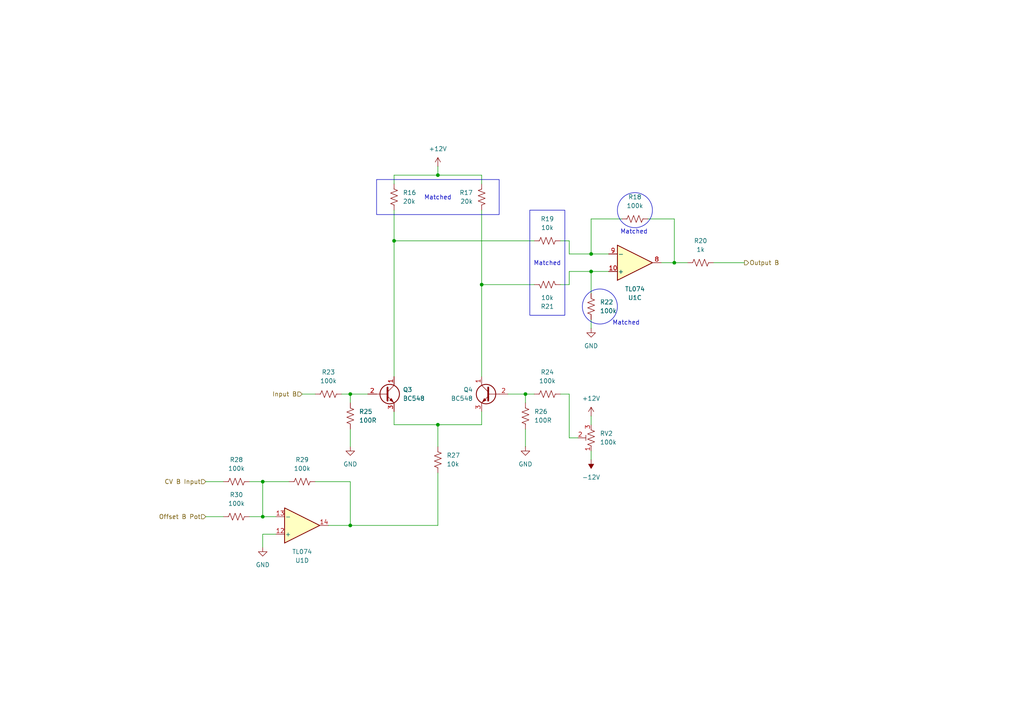
<source format=kicad_sch>
(kicad_sch (version 20250114) (generator "eeschema") (generator_version "9.0")
  (paper "A4")
  (title_block (company "DMH Instruments") (comment 1 "PCB for 5 cm Kosmo format synthesizer module"))
  (lib_symbols
    (symbol "Amplifier_Operational:TL074" (pin_names (offset 0.127))
      (property "Reference" "U" (at 0 5.08 0))
      (property "Value" "TL074" (at 0 -5.08 0))
      (symbol "TL074_1_1"
        (polyline (pts (xy -5.08 5.08) (xy 5.08 0) (xy -5.08 -5.08) (xy -5.08 5.08)) (stroke (width 0.254)) (fill (type background)))
        (pin input line (at -7.62 2.54 0) (length 2.54) (name "+") (number "3"))
        (pin input line (at -7.62 -2.54 0) (length 2.54) (name "-") (number "2"))
        (pin output line (at 7.62 0 180) (length 2.54) (name "~") (number "1"))
      )
      (symbol "TL074_2_1"
        (polyline (pts (xy -5.08 5.08) (xy 5.08 0) (xy -5.08 -5.08) (xy -5.08 5.08)) (stroke (width 0.254)) (fill (type background)))
        (pin input line (at -7.62 2.54 0) (length 2.54) (name "+") (number "5"))
        (pin input line (at -7.62 -2.54 0) (length 2.54) (name "-") (number "6"))
        (pin output line (at 7.62 0 180) (length 2.54) (name "~") (number "7"))
      )
      (symbol "TL074_3_1"
        (polyline (pts (xy -5.08 5.08) (xy 5.08 0) (xy -5.08 -5.08) (xy -5.08 5.08)) (stroke (width 0.254)) (fill (type background)))
        (pin input line (at -7.62 2.54 0) (length 2.54) (name "+") (number "10"))
        (pin input line (at -7.62 -2.54 0) (length 2.54) (name "-") (number "9"))
        (pin output line (at 7.62 0 180) (length 2.54) (name "~") (number "8"))
      )
      (symbol "TL074_4_1"
        (polyline (pts (xy -5.08 5.08) (xy 5.08 0) (xy -5.08 -5.08) (xy -5.08 5.08)) (stroke (width 0.254)) (fill (type background)))
        (pin input line (at -7.62 2.54 0) (length 2.54) (name "+") (number "12"))
        (pin input line (at -7.62 -2.54 0) (length 2.54) (name "-") (number "13"))
        (pin output line (at 7.62 0 180) (length 2.54) (name "~") (number "14"))
      )
      (symbol "TL074_5_1"
        (pin power_in line (at -2.54 7.62 270) (length 3.81) (name "V+") (number "4"))
        (pin power_in line (at -2.54 -7.62 90) (length 3.81) (name "V-") (number "11"))
      )
    )
    (symbol "Device:R_Potentiometer_Trim_US" (pin_names (offset 1.016) (hide yes))
      (property "Reference" "RV" (at -4.445 0 90))
      (property "Value" "R_Potentiometer_Trim_US" (at -2.54 0 90))
      (symbol "R_Potentiometer_Trim_US_0_1"
        (polyline (pts (xy 0 2.286) (xy 0 2.54)))
        (polyline (pts (xy 0 2.286) (xy 1.016 1.905) (xy 0 1.524) (xy -1.016 1.143) (xy 0 0.762)))
        (polyline (pts (xy 0 0.762) (xy 1.016 0.381) (xy 0 0) (xy -1.016 -0.381) (xy 0 -0.762)))
        (polyline (pts (xy 0 -0.762) (xy 1.016 -1.143) (xy 0 -1.524) (xy -1.016 -1.905) (xy 0 -2.286)))
        (polyline (pts (xy 0 -2.286) (xy 0 -2.54)))
        (polyline (pts (xy 1.524 0.762) (xy 1.524 -0.762)))
        (polyline (pts (xy 2.54 0) (xy 1.524 0)))
      )
      (symbol "R_Potentiometer_Trim_US_1_1"
        (pin passive line (at 0 3.81 270) (length 1.27) (name "1") (number "1"))
        (pin passive line (at 0 -3.81 90) (length 1.27) (name "3") (number "3"))
        (pin passive line (at 3.81 0 180) (length 1.27) (name "2") (number "2"))
      )
    )
    (symbol "Device:R_US" (pin_numbers (hide yes)) (pin_names (offset 0))
      (property "Reference" "R" (at 2.54 0 90))
      (property "Value" "R_US" (at -2.54 0 90))
      (symbol "R_US_0_1"
        (polyline (pts (xy 0 2.286) (xy 0 2.54)))
        (polyline (pts (xy 0 2.286) (xy 1.016 1.905) (xy 0 1.524) (xy -1.016 1.143) (xy 0 0.762)))
        (polyline (pts (xy 0 0.762) (xy 1.016 0.381) (xy 0 0) (xy -1.016 -0.381) (xy 0 -0.762)))
        (polyline (pts (xy 0 -0.762) (xy 1.016 -1.143) (xy 0 -1.524) (xy -1.016 -1.905) (xy 0 -2.286)))
        (polyline (pts (xy 0 -2.286) (xy 0 -2.54)))
      )
      (symbol "R_US_1_1"
        (pin passive line (at 0 3.81 270) (length 1.27) (name "~") (number "1"))
        (pin passive line (at 0 -3.81 90) (length 1.27) (name "~") (number "2"))
      )
    )
    (symbol "Transistor_BJT:BC548" (pin_names (offset 0) (hide yes))
      (property "Reference" "Q" (at 5.08 1.905 0))
      (property "Value" "BC548" (at 5.08 0 0))
      (symbol "BC548_0_1"
        (polyline (pts (xy -2.54 0) (xy 0.635 0)))
        (polyline (pts (xy 0.635 1.905) (xy 0.635 -1.905)) (stroke (width 0.508)))
        (circle (center 1.27 0) (radius 2.8194) (stroke (width 0.254)))
      )
      (symbol "BC548_1_1"
        (polyline (pts (xy 0.635 0.635) (xy 2.54 2.54)))
        (polyline (pts (xy 0.635 -0.635) (xy 2.54 -2.54)))
        (polyline (pts (xy 1.27 -1.778) (xy 1.778 -1.27) (xy 2.286 -2.286) (xy 1.27 -1.778)) (fill (type outline)))
        (pin input line (at -5.08 0 0) (length 2.54) (name "B") (number "2"))
        (pin passive line (at 2.54 5.08 270) (length 2.54) (name "C") (number "1"))
        (pin passive line (at 2.54 -5.08 90) (length 2.54) (name "E") (number "3"))
      )
    )
    (symbol "power:+12V" (power) (pin_numbers (hide yes)) (pin_names (offset 0) (hide yes))
      (property "Value" "+12V" (at 0 3.556 0))
      (symbol "+12V_0_1"
        (polyline (pts (xy -0.762 1.27) (xy 0 2.54)))
        (polyline (pts (xy 0 2.54) (xy 0.762 1.27)))
        (polyline (pts (xy 0 0) (xy 0 2.54)))
      )
      (symbol "+12V_1_1"
        (pin power_in line (at 0 0 90) (length 0) (name "~") (number "1"))
      )
    )
    (symbol "power:-12V" (power) (pin_numbers (hide yes)) (pin_names (offset 0) (hide yes))
      (property "Value" "-12V" (at 0 3.556 0))
      (symbol "-12V_0_0"
        (pin power_in line (at 0 0 90) (length 0) (name "~") (number "1"))
      )
      (symbol "-12V_0_1"
        (polyline (pts (xy 0 0) (xy 0 1.27) (xy 0.762 1.27) (xy 0 2.54) (xy -0.762 1.27) (xy 0 1.27)) (fill (type outline)))
      )
    )
    (symbol "power:GND" (power) (pin_numbers (hide yes)) (pin_names (offset 0) (hide yes))
      (property "Value" "GND" (at 0 -3.81 0))
      (symbol "GND_0_1"
        (polyline (pts (xy 0 0) (xy 0 -1.27) (xy 1.27 -1.27) (xy 0 -2.54) (xy -1.27 -1.27) (xy 0 -1.27)))
      )
      (symbol "GND_1_1"
        (pin power_in line (at 0 0 270) (length 0) (name "~") (number "1"))
      )
    )
  )
  (rectangle (start 153.67 60.96) (end 163.83 91.44))
  (circle (center 173.99 88.9) (radius 5.08))
  (circle (center 184.15 60.96) (radius 5.08))
  (rectangle (start 109.22 52.07) (end 144.78 62.23))
  (text "Matched" (at 181.61 93.726 0) (effects (font (size 1.27 1.27))))
  (text "Matched" (at 183.896 67.31 0) (effects (font (size 1.27 1.27))))
  (text "Matched" (at 127 57.404 0) (effects (font (size 1.27 1.27))))
  (text "Matched" (at 158.75 76.454 0) (effects (font (size 1.27 1.27))))
  (junction (at 101.6 114.3))
  (junction (at 127 123.19))
  (junction (at 195.58 76.2))
  (junction (at 114.3 69.85))
  (junction (at 101.6 152.4))
  (junction (at 127 50.8))
  (junction (at 171.45 73.66))
  (junction (at 76.2 149.86))
  (junction (at 171.45 78.74))
  (junction (at 76.2 139.7))
  (junction (at 139.7 82.55))
  (junction (at 152.4 114.3))
  (wire (pts (xy 139.7 60.96) (xy 139.7 82.55)))
  (wire (pts (xy 165.1 78.74) (xy 171.45 78.74)))
  (wire (pts (xy 162.56 114.3) (xy 165.1 114.3)))
  (wire (pts (xy 162.56 82.55) (xy 165.1 82.55)))
  (wire (pts (xy 127 50.8) (xy 127 48.26)))
  (wire (pts (xy 139.7 123.19) (xy 127 123.19)))
  (wire (pts (xy 95.25 152.4) (xy 101.6 152.4)))
  (wire (pts (xy 127 123.19) (xy 127 129.54)))
  (wire (pts (xy 165.1 73.66) (xy 171.45 73.66)))
  (wire (pts (xy 171.45 92.71) (xy 171.45 95.25)))
  (wire (pts (xy 101.6 139.7) (xy 101.6 152.4)))
  (wire (pts (xy 171.45 78.74) (xy 176.53 78.74)))
  (wire (pts (xy 139.7 50.8) (xy 127 50.8)))
  (wire (pts (xy 195.58 63.5) (xy 195.58 76.2)))
  (wire (pts (xy 59.69 149.86) (xy 64.77 149.86)))
  (wire (pts (xy 139.7 53.34) (xy 139.7 50.8)))
  (wire (pts (xy 59.69 139.7) (xy 64.77 139.7)))
  (wire (pts (xy 152.4 114.3) (xy 154.94 114.3)))
  (wire (pts (xy 171.45 73.66) (xy 176.53 73.66)))
  (wire (pts (xy 165.1 127) (xy 167.64 127)))
  (wire (pts (xy 83.82 139.7) (xy 76.2 139.7)))
  (wire (pts (xy 195.58 76.2) (xy 199.39 76.2)))
  (wire (pts (xy 139.7 82.55) (xy 139.7 109.22)))
  (wire (pts (xy 76.2 149.86) (xy 80.01 149.86)))
  (wire (pts (xy 76.2 139.7) (xy 76.2 149.86)))
  (wire (pts (xy 171.45 130.81) (xy 171.45 133.35)))
  (wire (pts (xy 101.6 152.4) (xy 127 152.4)))
  (wire (pts (xy 152.4 114.3) (xy 152.4 116.84)))
  (wire (pts (xy 114.3 53.34) (xy 114.3 50.8)))
  (wire (pts (xy 114.3 119.38) (xy 114.3 123.19)))
  (wire (pts (xy 180.34 63.5) (xy 171.45 63.5)))
  (wire (pts (xy 72.39 139.7) (xy 76.2 139.7)))
  (wire (pts (xy 207.01 76.2) (xy 215.9 76.2)))
  (wire (pts (xy 127 152.4) (xy 127 137.16)))
  (wire (pts (xy 101.6 114.3) (xy 101.6 116.84)))
  (wire (pts (xy 99.06 114.3) (xy 101.6 114.3)))
  (wire (pts (xy 187.96 63.5) (xy 195.58 63.5)))
  (wire (pts (xy 114.3 123.19) (xy 127 123.19)))
  (wire (pts (xy 72.39 149.86) (xy 76.2 149.86)))
  (wire (pts (xy 162.56 69.85) (xy 165.1 69.85)))
  (wire (pts (xy 171.45 63.5) (xy 171.45 73.66)))
  (wire (pts (xy 152.4 124.46) (xy 152.4 129.54)))
  (wire (pts (xy 114.3 50.8) (xy 127 50.8)))
  (wire (pts (xy 147.32 114.3) (xy 152.4 114.3)))
  (wire (pts (xy 76.2 154.94) (xy 76.2 158.75)))
  (wire (pts (xy 80.01 154.94) (xy 76.2 154.94)))
  (wire (pts (xy 114.3 60.96) (xy 114.3 69.85)))
  (wire (pts (xy 191.77 76.2) (xy 195.58 76.2)))
  (wire (pts (xy 101.6 124.46) (xy 101.6 129.54)))
  (wire (pts (xy 114.3 69.85) (xy 114.3 109.22)))
  (wire (pts (xy 101.6 114.3) (xy 106.68 114.3)))
  (wire (pts (xy 114.3 69.85) (xy 154.94 69.85)))
  (wire (pts (xy 87.63 114.3) (xy 91.44 114.3)))
  (wire (pts (xy 165.1 82.55) (xy 165.1 78.74)))
  (wire (pts (xy 139.7 82.55) (xy 154.94 82.55)))
  (wire (pts (xy 91.44 139.7) (xy 101.6 139.7)))
  (wire (pts (xy 165.1 114.3) (xy 165.1 127)))
  (wire (pts (xy 171.45 78.74) (xy 171.45 85.09)))
  (wire (pts (xy 139.7 119.38) (xy 139.7 123.19)))
  (wire (pts (xy 171.45 120.65) (xy 171.45 123.19)))
  (wire (pts (xy 165.1 69.85) (xy 165.1 73.66)))
  (hierarchical_label "Offset B Pot" (shape input) (at 59.69 149.86 180))
  (hierarchical_label "CV B Input" (shape input) (at 59.69 139.7 180))
  (hierarchical_label "Input B" (shape input) (at 87.63 114.3 180))
  (hierarchical_label "Output B" (shape output) (at 215.9 76.2 0))
  (symbol (lib_id "power:GND") (at 152.4 129.54 0) (unit 1)
    (property "Reference" "#PWR022" (effects (hide yes)))
    (property "Value" "GND" (at 152.4 134.62 0))
    (property "Description" "Power symbol creates a global label with name \"GND\" , ground" (effects (hide yes)))
  )
  (symbol (lib_id "power:GND") (at 101.6 129.54 0) (unit 1)
    (property "Reference" "#PWR021" (effects (hide yes)))
    (property "Value" "GND" (at 101.6 134.62 0))
    (property "Description" "Power symbol creates a global label with name \"GND\" , ground" (effects (hide yes)))
  )
  (symbol (lib_id "Device:R_US") (at 184.15 63.5 270) (unit 1)
    (property "Reference" "R18" (at 184.15 57.15 90))
    (property "Value" "100k" (at 184.15 59.69 90))
    (property "Footprint" "Resistor_THT:R_Axial_DIN0207_L6.3mm_D2.5mm_P2.54mm_Vertical" (effects (hide yes)))
    (property "Description" "Resistor, US symbol" (effects (hide yes)))
  )
  (symbol (lib_id "Device:R_US") (at 152.4 120.65 180) (unit 1)
    (property "Reference" "R26" (at 154.94 119.3799 0) (effects (justify right)))
    (property "Value" "100R" (at 154.94 121.9199 0) (effects (justify right)))
    (property "Footprint" "Resistor_THT:R_Axial_DIN0207_L6.3mm_D2.5mm_P2.54mm_Vertical" (effects (hide yes)))
    (property "Description" "Resistor, US symbol" (effects (hide yes)))
  )
  (symbol (lib_id "power:+12V") (at 171.45 120.65 0) (unit 1)
    (property "Reference" "#PWR020" (effects (hide yes)))
    (property "Value" "+12V" (at 171.45 115.57 0))
    (property "Description" "Power symbol creates a global label with name \"+12V\"" (effects (hide yes)))
  )
  (symbol (lib_id "Device:R_US") (at 203.2 76.2 270) (unit 1)
    (property "Reference" "R20" (at 203.2 69.85 90))
    (property "Value" "1k" (at 203.2 72.39 90))
    (property "Footprint" "Resistor_THT:R_Axial_DIN0207_L6.3mm_D2.5mm_P2.54mm_Vertical" (effects (hide yes)))
    (property "Description" "Resistor, US symbol" (effects (hide yes)))
  )
  (symbol (lib_id "Amplifier_Operational:TL074") (at 184.15 76.2 0) (mirror x) (unit 3)
    (property "Reference" "U1" (at 184.15 86.36 0))
    (property "Value" "TL074" (at 184.15 83.82 0))
    (property "Footprint" "Package_DIP:DIP-14_W7.62mm_Socket" (effects (hide yes)))
    (property "Datasheet" "http://www.ti.com/lit/ds/symlink/tl071.pdf" (effects (hide yes)))
    (property "Description" "Quad Low-Noise JFET-Input Operational Amplifiers, DIP-14/SOIC-14" (effects (hide yes)))
  )
  (symbol (lib_id "Amplifier_Operational:TL074") (at 87.63 152.4 0) (mirror x) (unit 4)
    (property "Reference" "U1" (at 87.63 162.56 0))
    (property "Value" "TL074" (at 87.63 160.02 0))
    (property "Footprint" "Package_DIP:DIP-14_W7.62mm_Socket" (effects (hide yes)))
    (property "Datasheet" "http://www.ti.com/lit/ds/symlink/tl071.pdf" (effects (hide yes)))
    (property "Description" "Quad Low-Noise JFET-Input Operational Amplifiers, DIP-14/SOIC-14" (effects (hide yes)))
  )
  (symbol (lib_id "Device:R_US") (at 101.6 120.65 180) (unit 1)
    (property "Reference" "R25" (at 104.14 119.3799 0) (effects (justify right)))
    (property "Value" "100R" (at 104.14 121.9199 0) (effects (justify right)))
    (property "Footprint" "Resistor_THT:R_Axial_DIN0207_L6.3mm_D2.5mm_P2.54mm_Vertical" (effects (hide yes)))
    (property "Description" "Resistor, US symbol" (effects (hide yes)))
  )
  (symbol (lib_id "Transistor_BJT:BC548") (at 111.76 114.3 0) (unit 1)
    (property "Reference" "Q3" (at 116.84 113.0299 0) (effects (justify left)))
    (property "Value" "BC548" (at 116.84 115.5699 0) (effects (justify left)))
    (property "Footprint" "Package_TO_SOT_THT:TO-92L_Inline_Wide" (effects (hide yes)))
    (property "Datasheet" "https://www.onsemi.com/pub/Collateral/BC550-D.pdf" (effects (hide yes)))
    (property "Description" "0.1A Ic, 30V Vce, Small Signal NPN Transistor, TO-92" (effects (hide yes)))
  )
  (symbol (lib_id "Device:R_US") (at 158.75 82.55 270) (mirror x) (unit 1)
    (property "Reference" "R21" (at 158.75 88.9 90))
    (property "Value" "10k" (at 158.75 86.36 90))
    (property "Footprint" "Resistor_THT:R_Axial_DIN0207_L6.3mm_D2.5mm_P2.54mm_Vertical" (effects (hide yes)))
    (property "Description" "Resistor, US symbol" (effects (hide yes)))
  )
  (symbol (lib_id "power:+12V") (at 127 48.26 0) (unit 1)
    (property "Reference" "#PWR012" (effects (hide yes)))
    (property "Value" "+12V" (at 127 43.18 0))
    (property "Description" "Power symbol creates a global label with name \"+12V\"" (effects (hide yes)))
  )
  (symbol (lib_id "Device:R_US") (at 95.25 114.3 270) (unit 1)
    (property "Reference" "R23" (at 95.25 107.95 90))
    (property "Value" "100k" (at 95.25 110.49 90))
    (property "Footprint" "Resistor_THT:R_Axial_DIN0207_L6.3mm_D2.5mm_P2.54mm_Vertical" (effects (hide yes)))
    (property "Description" "Resistor, US symbol" (effects (hide yes)))
  )
  (symbol (lib_id "Device:R_Potentiometer_Trim_US") (at 171.45 127 180) (unit 1)
    (property "Reference" "RV2" (at 173.99 125.7299 0) (effects (justify right)))
    (property "Value" "100k" (at 173.99 128.2699 0) (effects (justify right)))
    (property "Footprint" "Potentiometer_THT:Potentiometer_Bourns_3296W_Vertical" (effects (hide yes)))
    (property "Description" "Trim-potentiometer, US symbol" (effects (hide yes)))
  )
  (symbol (lib_id "Device:R_US") (at 114.3 57.15 180) (unit 1)
    (property "Reference" "R16" (at 116.84 55.8799 0) (effects (justify right)))
    (property "Value" "20k" (at 116.84 58.4199 0) (effects (justify right)))
    (property "Footprint" "Resistor_THT:R_Axial_DIN0207_L6.3mm_D2.5mm_P2.54mm_Vertical" (effects (hide yes)))
    (property "Description" "Resistor, US symbol" (effects (hide yes)))
  )
  (symbol (lib_id "Device:R_US") (at 158.75 114.3 270) (unit 1)
    (property "Reference" "R24" (at 158.75 107.95 90))
    (property "Value" "100k" (at 158.75 110.49 90))
    (property "Footprint" "Resistor_THT:R_Axial_DIN0207_L6.3mm_D2.5mm_P2.54mm_Vertical" (effects (hide yes)))
    (property "Description" "Resistor, US symbol" (effects (hide yes)))
  )
  (symbol (lib_id "Device:R_US") (at 158.75 69.85 270) (unit 1)
    (property "Reference" "R19" (at 158.75 63.5 90))
    (property "Value" "10k" (at 158.75 66.04 90))
    (property "Footprint" "Resistor_THT:R_Axial_DIN0207_L6.3mm_D2.5mm_P2.54mm_Vertical" (effects (hide yes)))
    (property "Description" "Resistor, US symbol" (effects (hide yes)))
  )
  (symbol (lib_id "Device:R_US") (at 87.63 139.7 90) (unit 1)
    (property "Reference" "R29" (at 87.63 133.35 90))
    (property "Value" "100k" (at 87.63 135.89 90))
    (property "Footprint" "Resistor_THT:R_Axial_DIN0207_L6.3mm_D2.5mm_P2.54mm_Vertical" (effects (hide yes)))
    (property "Description" "Resistor, US symbol" (effects (hide yes)))
  )
  (symbol (lib_id "Device:R_US") (at 171.45 88.9 0) (unit 1)
    (property "Reference" "R22" (at 173.99 87.6299 0) (effects (justify left)))
    (property "Value" "100k" (at 173.99 90.1699 0) (effects (justify left)))
    (property "Footprint" "Resistor_THT:R_Axial_DIN0207_L6.3mm_D2.5mm_P2.54mm_Vertical" (effects (hide yes)))
    (property "Description" "Resistor, US symbol" (effects (hide yes)))
  )
  (symbol (lib_id "power:GND") (at 76.2 158.75 0) (unit 1)
    (property "Reference" "#PWR024" (effects (hide yes)))
    (property "Value" "GND" (at 76.2 163.83 0))
    (property "Description" "Power symbol creates a global label with name \"GND\" , ground" (effects (hide yes)))
  )
  (symbol (lib_id "Device:R_US") (at 68.58 139.7 90) (unit 1)
    (property "Reference" "R28" (at 68.58 133.35 90))
    (property "Value" "100k" (at 68.58 135.89 90))
    (property "Footprint" "Resistor_THT:R_Axial_DIN0207_L6.3mm_D2.5mm_P2.54mm_Vertical" (effects (hide yes)))
    (property "Description" "Resistor, US symbol" (effects (hide yes)))
  )
  (symbol (lib_id "Device:R_US") (at 68.58 149.86 90) (unit 1)
    (property "Reference" "R30" (at 68.58 143.51 90))
    (property "Value" "100k" (at 68.58 146.05 90))
    (property "Footprint" "Resistor_THT:R_Axial_DIN0207_L6.3mm_D2.5mm_P2.54mm_Vertical" (effects (hide yes)))
    (property "Description" "Resistor, US symbol" (effects (hide yes)))
  )
  (symbol (lib_id "Transistor_BJT:BC548") (at 142.24 114.3 0) (mirror y) (unit 1)
    (property "Reference" "Q4" (at 137.16 113.0299 0) (effects (justify left)))
    (property "Value" "BC548" (at 137.16 115.5699 0) (effects (justify left)))
    (property "Footprint" "Package_TO_SOT_THT:TO-92L_Inline_Wide" (effects (hide yes)))
    (property "Datasheet" "https://www.onsemi.com/pub/Collateral/BC550-D.pdf" (effects (hide yes)))
    (property "Description" "0.1A Ic, 30V Vce, Small Signal NPN Transistor, TO-92" (effects (hide yes)))
  )
  (symbol (lib_id "power:-12V") (at 171.45 133.35 180) (unit 1)
    (property "Reference" "#PWR023" (effects (hide yes)))
    (property "Value" "-12V" (at 171.45 138.43 0))
    (property "Description" "Power symbol creates a global label with name \"-12V\"" (effects (hide yes)))
  )
  (symbol (lib_id "Device:R_US") (at 139.7 57.15 0) (mirror x) (unit 1)
    (property "Reference" "R17" (at 137.16 55.8799 0) (effects (justify right)))
    (property "Value" "20k" (at 137.16 58.4199 0) (effects (justify right)))
    (property "Footprint" "Resistor_THT:R_Axial_DIN0207_L6.3mm_D2.5mm_P2.54mm_Vertical" (effects (hide yes)))
    (property "Description" "Resistor, US symbol" (effects (hide yes)))
  )
  (symbol (lib_id "power:GND") (at 171.45 95.25 0) (unit 1)
    (property "Reference" "#PWR019" (effects (hide yes)))
    (property "Value" "GND" (at 171.45 100.33 0))
    (property "Description" "Power symbol creates a global label with name \"GND\" , ground" (effects (hide yes)))
  )
  (symbol (lib_id "Device:R_US") (at 127 133.35 180) (unit 1)
    (property "Reference" "R27" (at 129.54 132.0799 0) (effects (justify right)))
    (property "Value" "10k" (at 129.54 134.6199 0) (effects (justify right)))
    (property "Footprint" "Resistor_THT:R_Axial_DIN0207_L6.3mm_D2.5mm_P2.54mm_Vertical" (effects (hide yes)))
    (property "Description" "Resistor, US symbol" (effects (hide yes)))
  )
)
</source>
